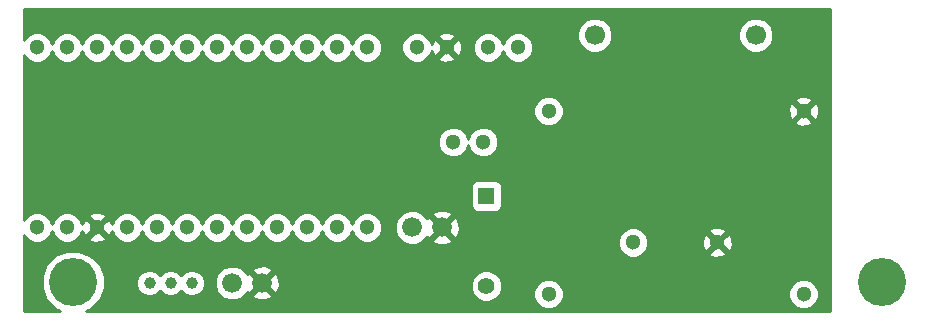
<source format=gbl>
G04 (created by PCBNEW (22-Jun-2014 BZR 4027)-stable) date Mon 16 May 2016 20:18:32 BST*
%MOIN*%
G04 Gerber Fmt 3.4, Leading zero omitted, Abs format*
%FSLAX34Y34*%
G01*
G70*
G90*
G04 APERTURE LIST*
%ADD10C,0.00590551*%
%ADD11C,0.066*%
%ADD12C,0.0669291*%
%ADD13C,0.0511811*%
%ADD14R,0.055X0.055*%
%ADD15C,0.055*%
%ADD16C,0.0393701*%
%ADD17C,0.16*%
%ADD18C,0.01*%
G04 APERTURE END LIST*
G54D10*
G54D11*
X78900Y-74250D03*
X79900Y-74250D03*
X72900Y-76100D03*
X73900Y-76100D03*
G54D12*
X84995Y-67840D03*
X90355Y-67840D03*
G54D13*
X86275Y-74750D03*
X89075Y-74750D03*
X77400Y-74250D03*
X76400Y-74250D03*
X77400Y-68250D03*
X75400Y-74250D03*
X74400Y-74250D03*
X73400Y-74250D03*
X72400Y-74250D03*
X71400Y-74250D03*
X70400Y-74250D03*
X69400Y-74250D03*
X68400Y-74250D03*
X67400Y-74250D03*
X66400Y-74250D03*
X76400Y-68250D03*
X75400Y-68250D03*
X74400Y-68250D03*
X73400Y-68250D03*
X72400Y-68250D03*
X71400Y-68250D03*
X70400Y-68250D03*
X69400Y-68250D03*
X68400Y-68250D03*
X67400Y-68250D03*
X66400Y-68250D03*
G54D14*
X81375Y-73200D03*
G54D15*
X81375Y-76200D03*
G54D13*
X79050Y-68250D03*
X80050Y-68250D03*
G54D16*
X70850Y-76100D03*
X71550Y-76100D03*
X70150Y-76100D03*
G54D13*
X91950Y-70375D03*
X91950Y-76475D03*
X83450Y-70375D03*
X83450Y-76475D03*
X82425Y-68250D03*
X81425Y-68250D03*
G54D17*
X67600Y-76075D03*
X94550Y-76075D03*
G54D13*
X81275Y-71400D03*
X80275Y-71400D03*
G54D10*
G36*
X92825Y-77025D02*
X92460Y-77026D01*
X92460Y-70446D01*
X92449Y-70245D01*
X92394Y-70113D01*
X92303Y-70091D01*
X92233Y-70162D01*
X92233Y-70021D01*
X92211Y-69930D01*
X92021Y-69864D01*
X91820Y-69875D01*
X91688Y-69930D01*
X91666Y-70021D01*
X91950Y-70304D01*
X92233Y-70021D01*
X92233Y-70162D01*
X92020Y-70375D01*
X92303Y-70658D01*
X92394Y-70636D01*
X92460Y-70446D01*
X92460Y-77026D01*
X92455Y-77026D01*
X92455Y-76374D01*
X92379Y-76188D01*
X92236Y-76046D01*
X92233Y-76044D01*
X92233Y-70728D01*
X91950Y-70445D01*
X91879Y-70516D01*
X91879Y-70375D01*
X91596Y-70091D01*
X91505Y-70113D01*
X91439Y-70303D01*
X91450Y-70504D01*
X91505Y-70636D01*
X91596Y-70658D01*
X91879Y-70375D01*
X91879Y-70516D01*
X91666Y-70728D01*
X91688Y-70819D01*
X91878Y-70885D01*
X92079Y-70874D01*
X92211Y-70819D01*
X92233Y-70728D01*
X92233Y-76044D01*
X92051Y-75969D01*
X91849Y-75969D01*
X91663Y-76045D01*
X91521Y-76188D01*
X91444Y-76373D01*
X91444Y-76575D01*
X91520Y-76761D01*
X91663Y-76903D01*
X91848Y-76980D01*
X92050Y-76980D01*
X92236Y-76904D01*
X92378Y-76761D01*
X92455Y-76576D01*
X92455Y-76374D01*
X92455Y-77026D01*
X90963Y-77030D01*
X90939Y-77030D01*
X90939Y-67724D01*
X90850Y-67509D01*
X90686Y-67344D01*
X90471Y-67255D01*
X90239Y-67255D01*
X90024Y-67344D01*
X89859Y-67508D01*
X89770Y-67723D01*
X89770Y-67955D01*
X89859Y-68170D01*
X90023Y-68335D01*
X90238Y-68424D01*
X90470Y-68424D01*
X90685Y-68335D01*
X90850Y-68171D01*
X90939Y-67956D01*
X90939Y-67724D01*
X90939Y-77030D01*
X89585Y-77030D01*
X89585Y-74821D01*
X89574Y-74620D01*
X89519Y-74488D01*
X89428Y-74466D01*
X89358Y-74537D01*
X89358Y-74396D01*
X89336Y-74305D01*
X89146Y-74239D01*
X88945Y-74250D01*
X88813Y-74305D01*
X88791Y-74396D01*
X89075Y-74679D01*
X89358Y-74396D01*
X89358Y-74537D01*
X89145Y-74750D01*
X89428Y-75033D01*
X89519Y-75011D01*
X89585Y-74821D01*
X89585Y-77030D01*
X89358Y-77030D01*
X89358Y-75103D01*
X89075Y-74820D01*
X89004Y-74891D01*
X89004Y-74750D01*
X88721Y-74466D01*
X88630Y-74488D01*
X88564Y-74678D01*
X88575Y-74879D01*
X88630Y-75011D01*
X88721Y-75033D01*
X89004Y-74750D01*
X89004Y-74891D01*
X88791Y-75103D01*
X88813Y-75194D01*
X89003Y-75260D01*
X89204Y-75249D01*
X89336Y-75194D01*
X89358Y-75103D01*
X89358Y-77030D01*
X86780Y-77030D01*
X86780Y-74649D01*
X86704Y-74463D01*
X86561Y-74321D01*
X86376Y-74244D01*
X86174Y-74244D01*
X85988Y-74320D01*
X85846Y-74463D01*
X85769Y-74648D01*
X85769Y-74850D01*
X85845Y-75036D01*
X85988Y-75178D01*
X86173Y-75255D01*
X86375Y-75255D01*
X86561Y-75179D01*
X86703Y-75036D01*
X86780Y-74851D01*
X86780Y-74649D01*
X86780Y-77030D01*
X85579Y-77030D01*
X85579Y-67724D01*
X85490Y-67509D01*
X85326Y-67344D01*
X85111Y-67255D01*
X84879Y-67255D01*
X84664Y-67344D01*
X84499Y-67508D01*
X84410Y-67723D01*
X84410Y-67955D01*
X84499Y-68170D01*
X84663Y-68335D01*
X84878Y-68424D01*
X85110Y-68424D01*
X85325Y-68335D01*
X85490Y-68171D01*
X85579Y-67956D01*
X85579Y-67724D01*
X85579Y-77030D01*
X83955Y-77030D01*
X83955Y-76374D01*
X83955Y-70274D01*
X83879Y-70088D01*
X83736Y-69946D01*
X83551Y-69869D01*
X83349Y-69869D01*
X83163Y-69945D01*
X83021Y-70088D01*
X82944Y-70273D01*
X82944Y-70475D01*
X83020Y-70661D01*
X83163Y-70803D01*
X83348Y-70880D01*
X83550Y-70880D01*
X83736Y-70804D01*
X83878Y-70661D01*
X83955Y-70476D01*
X83955Y-70274D01*
X83955Y-76374D01*
X83879Y-76188D01*
X83736Y-76046D01*
X83551Y-75969D01*
X83349Y-75969D01*
X83163Y-76045D01*
X83021Y-76188D01*
X82944Y-76373D01*
X82944Y-76575D01*
X83020Y-76761D01*
X83163Y-76903D01*
X83348Y-76980D01*
X83550Y-76980D01*
X83736Y-76904D01*
X83878Y-76761D01*
X83955Y-76576D01*
X83955Y-76374D01*
X83955Y-77030D01*
X82930Y-77030D01*
X82930Y-68149D01*
X82854Y-67963D01*
X82711Y-67821D01*
X82526Y-67744D01*
X82324Y-67744D01*
X82138Y-67820D01*
X81996Y-67963D01*
X81924Y-68135D01*
X81854Y-67963D01*
X81711Y-67821D01*
X81526Y-67744D01*
X81324Y-67744D01*
X81138Y-67820D01*
X80996Y-67963D01*
X80919Y-68148D01*
X80919Y-68350D01*
X80995Y-68536D01*
X81138Y-68678D01*
X81323Y-68755D01*
X81525Y-68755D01*
X81711Y-68679D01*
X81853Y-68536D01*
X81925Y-68364D01*
X81995Y-68536D01*
X82138Y-68678D01*
X82323Y-68755D01*
X82525Y-68755D01*
X82711Y-68679D01*
X82853Y-68536D01*
X82930Y-68351D01*
X82930Y-68149D01*
X82930Y-77030D01*
X81900Y-77030D01*
X81900Y-76096D01*
X81900Y-76095D01*
X81900Y-73425D01*
X81900Y-72875D01*
X81862Y-72783D01*
X81791Y-72713D01*
X81780Y-72708D01*
X81780Y-71299D01*
X81704Y-71113D01*
X81561Y-70971D01*
X81376Y-70894D01*
X81174Y-70894D01*
X80988Y-70970D01*
X80846Y-71113D01*
X80774Y-71285D01*
X80704Y-71113D01*
X80561Y-70971D01*
X80560Y-70970D01*
X80560Y-68321D01*
X80549Y-68120D01*
X80494Y-67988D01*
X80403Y-67966D01*
X80333Y-68037D01*
X80333Y-67896D01*
X80311Y-67805D01*
X80121Y-67739D01*
X79920Y-67750D01*
X79788Y-67805D01*
X79766Y-67896D01*
X80050Y-68179D01*
X80333Y-67896D01*
X80333Y-68037D01*
X80120Y-68250D01*
X80403Y-68533D01*
X80494Y-68511D01*
X80560Y-68321D01*
X80560Y-70970D01*
X80376Y-70894D01*
X80333Y-70894D01*
X80333Y-68603D01*
X80050Y-68320D01*
X79979Y-68391D01*
X79979Y-68250D01*
X79696Y-67966D01*
X79605Y-67988D01*
X79552Y-68140D01*
X79479Y-67963D01*
X79336Y-67821D01*
X79151Y-67744D01*
X78949Y-67744D01*
X78763Y-67820D01*
X78621Y-67963D01*
X78544Y-68148D01*
X78544Y-68350D01*
X78620Y-68536D01*
X78763Y-68678D01*
X78948Y-68755D01*
X79150Y-68755D01*
X79336Y-68679D01*
X79478Y-68536D01*
X79549Y-68365D01*
X79550Y-68379D01*
X79605Y-68511D01*
X79696Y-68533D01*
X79979Y-68250D01*
X79979Y-68391D01*
X79766Y-68603D01*
X79788Y-68694D01*
X79978Y-68760D01*
X80179Y-68749D01*
X80311Y-68694D01*
X80333Y-68603D01*
X80333Y-70894D01*
X80174Y-70894D01*
X79988Y-70970D01*
X79846Y-71113D01*
X79769Y-71298D01*
X79769Y-71500D01*
X79845Y-71686D01*
X79988Y-71828D01*
X80173Y-71905D01*
X80375Y-71905D01*
X80561Y-71829D01*
X80703Y-71686D01*
X80775Y-71514D01*
X80845Y-71686D01*
X80988Y-71828D01*
X81173Y-71905D01*
X81375Y-71905D01*
X81561Y-71829D01*
X81703Y-71686D01*
X81780Y-71501D01*
X81780Y-71299D01*
X81780Y-72708D01*
X81699Y-72675D01*
X81600Y-72674D01*
X81050Y-72674D01*
X80958Y-72712D01*
X80888Y-72783D01*
X80850Y-72875D01*
X80849Y-72974D01*
X80849Y-73524D01*
X80887Y-73616D01*
X80958Y-73686D01*
X81050Y-73724D01*
X81149Y-73725D01*
X81699Y-73725D01*
X81791Y-73687D01*
X81861Y-73616D01*
X81899Y-73524D01*
X81900Y-73425D01*
X81900Y-76095D01*
X81820Y-75903D01*
X81672Y-75755D01*
X81479Y-75675D01*
X81271Y-75674D01*
X81078Y-75754D01*
X80930Y-75902D01*
X80850Y-76095D01*
X80849Y-76303D01*
X80929Y-76497D01*
X81077Y-76644D01*
X81270Y-76724D01*
X81478Y-76725D01*
X81672Y-76645D01*
X81819Y-76497D01*
X81899Y-76304D01*
X81900Y-76096D01*
X81900Y-77030D01*
X80484Y-77030D01*
X80484Y-74338D01*
X80474Y-74108D01*
X80406Y-73944D01*
X80307Y-73913D01*
X80236Y-73983D01*
X80236Y-73842D01*
X80205Y-73743D01*
X79988Y-73665D01*
X79758Y-73675D01*
X79594Y-73743D01*
X79563Y-73842D01*
X79900Y-74179D01*
X80236Y-73842D01*
X80236Y-73983D01*
X79970Y-74250D01*
X80307Y-74586D01*
X80406Y-74555D01*
X80484Y-74338D01*
X80484Y-77030D01*
X80236Y-77030D01*
X80236Y-74657D01*
X79900Y-74320D01*
X79829Y-74391D01*
X79829Y-74250D01*
X79492Y-73913D01*
X79400Y-73942D01*
X79391Y-73921D01*
X79228Y-73758D01*
X79015Y-73670D01*
X78785Y-73669D01*
X78571Y-73758D01*
X78408Y-73921D01*
X78320Y-74134D01*
X78319Y-74364D01*
X78408Y-74578D01*
X78571Y-74741D01*
X78784Y-74829D01*
X79014Y-74830D01*
X79228Y-74741D01*
X79391Y-74578D01*
X79400Y-74557D01*
X79492Y-74586D01*
X79829Y-74250D01*
X79829Y-74391D01*
X79563Y-74657D01*
X79594Y-74756D01*
X79811Y-74834D01*
X80041Y-74824D01*
X80205Y-74756D01*
X80236Y-74657D01*
X80236Y-77030D01*
X77905Y-77030D01*
X77905Y-74149D01*
X77829Y-73963D01*
X77686Y-73821D01*
X77501Y-73744D01*
X77299Y-73744D01*
X77113Y-73820D01*
X76971Y-73963D01*
X76899Y-74135D01*
X76829Y-73963D01*
X76686Y-73821D01*
X76501Y-73744D01*
X76299Y-73744D01*
X76113Y-73820D01*
X75971Y-73963D01*
X75899Y-74135D01*
X75829Y-73963D01*
X75686Y-73821D01*
X75501Y-73744D01*
X75299Y-73744D01*
X75113Y-73820D01*
X74971Y-73963D01*
X74899Y-74135D01*
X74829Y-73963D01*
X74686Y-73821D01*
X74501Y-73744D01*
X74299Y-73744D01*
X74113Y-73820D01*
X73971Y-73963D01*
X73899Y-74135D01*
X73829Y-73963D01*
X73686Y-73821D01*
X73501Y-73744D01*
X73299Y-73744D01*
X73113Y-73820D01*
X72971Y-73963D01*
X72899Y-74135D01*
X72829Y-73963D01*
X72686Y-73821D01*
X72501Y-73744D01*
X72299Y-73744D01*
X72113Y-73820D01*
X71971Y-73963D01*
X71899Y-74135D01*
X71829Y-73963D01*
X71686Y-73821D01*
X71501Y-73744D01*
X71299Y-73744D01*
X71113Y-73820D01*
X70971Y-73963D01*
X70899Y-74135D01*
X70829Y-73963D01*
X70686Y-73821D01*
X70501Y-73744D01*
X70299Y-73744D01*
X70113Y-73820D01*
X69971Y-73963D01*
X69899Y-74135D01*
X69829Y-73963D01*
X69686Y-73821D01*
X69501Y-73744D01*
X69299Y-73744D01*
X69113Y-73820D01*
X68971Y-73963D01*
X68900Y-74134D01*
X68899Y-74120D01*
X68844Y-73988D01*
X68753Y-73966D01*
X68683Y-74037D01*
X68683Y-73896D01*
X68661Y-73805D01*
X68471Y-73739D01*
X68270Y-73750D01*
X68138Y-73805D01*
X68116Y-73896D01*
X68400Y-74179D01*
X68683Y-73896D01*
X68683Y-74037D01*
X68470Y-74250D01*
X68753Y-74533D01*
X68844Y-74511D01*
X68897Y-74359D01*
X68970Y-74536D01*
X69113Y-74678D01*
X69298Y-74755D01*
X69500Y-74755D01*
X69686Y-74679D01*
X69828Y-74536D01*
X69900Y-74364D01*
X69970Y-74536D01*
X70113Y-74678D01*
X70298Y-74755D01*
X70500Y-74755D01*
X70686Y-74679D01*
X70828Y-74536D01*
X70900Y-74364D01*
X70970Y-74536D01*
X71113Y-74678D01*
X71298Y-74755D01*
X71500Y-74755D01*
X71686Y-74679D01*
X71828Y-74536D01*
X71900Y-74364D01*
X71970Y-74536D01*
X72113Y-74678D01*
X72298Y-74755D01*
X72500Y-74755D01*
X72686Y-74679D01*
X72828Y-74536D01*
X72900Y-74364D01*
X72970Y-74536D01*
X73113Y-74678D01*
X73298Y-74755D01*
X73500Y-74755D01*
X73686Y-74679D01*
X73828Y-74536D01*
X73900Y-74364D01*
X73970Y-74536D01*
X74113Y-74678D01*
X74298Y-74755D01*
X74500Y-74755D01*
X74686Y-74679D01*
X74828Y-74536D01*
X74900Y-74364D01*
X74970Y-74536D01*
X75113Y-74678D01*
X75298Y-74755D01*
X75500Y-74755D01*
X75686Y-74679D01*
X75828Y-74536D01*
X75900Y-74364D01*
X75970Y-74536D01*
X76113Y-74678D01*
X76298Y-74755D01*
X76500Y-74755D01*
X76686Y-74679D01*
X76828Y-74536D01*
X76900Y-74364D01*
X76970Y-74536D01*
X77113Y-74678D01*
X77298Y-74755D01*
X77500Y-74755D01*
X77686Y-74679D01*
X77828Y-74536D01*
X77905Y-74351D01*
X77905Y-74149D01*
X77905Y-77030D01*
X74484Y-77030D01*
X74484Y-76188D01*
X74474Y-75958D01*
X74406Y-75794D01*
X74307Y-75763D01*
X74236Y-75833D01*
X74236Y-75692D01*
X74205Y-75593D01*
X73988Y-75515D01*
X73758Y-75525D01*
X73594Y-75593D01*
X73563Y-75692D01*
X73900Y-76029D01*
X74236Y-75692D01*
X74236Y-75833D01*
X73970Y-76100D01*
X74307Y-76436D01*
X74406Y-76405D01*
X74484Y-76188D01*
X74484Y-77030D01*
X74236Y-77030D01*
X74236Y-76507D01*
X73900Y-76170D01*
X73829Y-76241D01*
X73829Y-76100D01*
X73492Y-75763D01*
X73400Y-75792D01*
X73391Y-75771D01*
X73228Y-75608D01*
X73015Y-75520D01*
X72785Y-75519D01*
X72571Y-75608D01*
X72408Y-75771D01*
X72320Y-75984D01*
X72319Y-76214D01*
X72408Y-76428D01*
X72571Y-76591D01*
X72784Y-76679D01*
X73014Y-76680D01*
X73228Y-76591D01*
X73391Y-76428D01*
X73400Y-76407D01*
X73492Y-76436D01*
X73829Y-76100D01*
X73829Y-76241D01*
X73563Y-76507D01*
X73594Y-76606D01*
X73811Y-76684D01*
X74041Y-76674D01*
X74205Y-76606D01*
X74236Y-76507D01*
X74236Y-77030D01*
X71996Y-77030D01*
X71996Y-76011D01*
X71929Y-75847D01*
X71803Y-75721D01*
X71639Y-75653D01*
X71461Y-75653D01*
X71297Y-75720D01*
X71199Y-75818D01*
X71103Y-75721D01*
X70939Y-75653D01*
X70761Y-75653D01*
X70597Y-75720D01*
X70499Y-75818D01*
X70403Y-75721D01*
X70239Y-75653D01*
X70061Y-75653D01*
X69897Y-75720D01*
X69771Y-75846D01*
X69703Y-76010D01*
X69703Y-76188D01*
X69770Y-76352D01*
X69896Y-76478D01*
X70060Y-76546D01*
X70238Y-76546D01*
X70402Y-76479D01*
X70500Y-76381D01*
X70596Y-76478D01*
X70760Y-76546D01*
X70938Y-76546D01*
X71102Y-76479D01*
X71200Y-76381D01*
X71296Y-76478D01*
X71460Y-76546D01*
X71638Y-76546D01*
X71802Y-76479D01*
X71928Y-76353D01*
X71996Y-76189D01*
X71996Y-76011D01*
X71996Y-77030D01*
X69550Y-77030D01*
X68683Y-77030D01*
X68683Y-74603D01*
X68400Y-74320D01*
X68116Y-74603D01*
X68138Y-74694D01*
X68328Y-74760D01*
X68529Y-74749D01*
X68661Y-74694D01*
X68683Y-74603D01*
X68683Y-77030D01*
X68037Y-77030D01*
X68194Y-76965D01*
X68489Y-76670D01*
X68649Y-76284D01*
X68650Y-75867D01*
X68490Y-75481D01*
X68195Y-75185D01*
X67809Y-75025D01*
X67392Y-75024D01*
X67006Y-75184D01*
X66710Y-75479D01*
X66550Y-75865D01*
X66549Y-76282D01*
X66709Y-76669D01*
X67004Y-76964D01*
X67162Y-77030D01*
X65950Y-77030D01*
X65950Y-74485D01*
X65970Y-74536D01*
X66113Y-74678D01*
X66298Y-74755D01*
X66500Y-74755D01*
X66686Y-74679D01*
X66828Y-74536D01*
X66900Y-74364D01*
X66970Y-74536D01*
X67113Y-74678D01*
X67298Y-74755D01*
X67500Y-74755D01*
X67686Y-74679D01*
X67828Y-74536D01*
X67899Y-74365D01*
X67900Y-74379D01*
X67955Y-74511D01*
X68046Y-74533D01*
X68329Y-74250D01*
X68046Y-73966D01*
X67955Y-73988D01*
X67902Y-74140D01*
X67829Y-73963D01*
X67686Y-73821D01*
X67501Y-73744D01*
X67299Y-73744D01*
X67113Y-73820D01*
X66971Y-73963D01*
X66899Y-74135D01*
X66829Y-73963D01*
X66686Y-73821D01*
X66501Y-73744D01*
X66299Y-73744D01*
X66113Y-73820D01*
X65971Y-73963D01*
X65950Y-74014D01*
X65950Y-68485D01*
X65970Y-68536D01*
X66113Y-68678D01*
X66298Y-68755D01*
X66500Y-68755D01*
X66686Y-68679D01*
X66828Y-68536D01*
X66900Y-68364D01*
X66970Y-68536D01*
X67113Y-68678D01*
X67298Y-68755D01*
X67500Y-68755D01*
X67686Y-68679D01*
X67828Y-68536D01*
X67900Y-68364D01*
X67970Y-68536D01*
X68113Y-68678D01*
X68298Y-68755D01*
X68500Y-68755D01*
X68686Y-68679D01*
X68828Y-68536D01*
X68900Y-68364D01*
X68970Y-68536D01*
X69113Y-68678D01*
X69298Y-68755D01*
X69500Y-68755D01*
X69686Y-68679D01*
X69828Y-68536D01*
X69900Y-68364D01*
X69970Y-68536D01*
X70113Y-68678D01*
X70298Y-68755D01*
X70500Y-68755D01*
X70686Y-68679D01*
X70828Y-68536D01*
X70900Y-68364D01*
X70970Y-68536D01*
X71113Y-68678D01*
X71298Y-68755D01*
X71500Y-68755D01*
X71686Y-68679D01*
X71828Y-68536D01*
X71900Y-68364D01*
X71970Y-68536D01*
X72113Y-68678D01*
X72298Y-68755D01*
X72500Y-68755D01*
X72686Y-68679D01*
X72828Y-68536D01*
X72900Y-68364D01*
X72970Y-68536D01*
X73113Y-68678D01*
X73298Y-68755D01*
X73500Y-68755D01*
X73686Y-68679D01*
X73828Y-68536D01*
X73900Y-68364D01*
X73970Y-68536D01*
X74113Y-68678D01*
X74298Y-68755D01*
X74500Y-68755D01*
X74686Y-68679D01*
X74828Y-68536D01*
X74900Y-68364D01*
X74970Y-68536D01*
X75113Y-68678D01*
X75298Y-68755D01*
X75500Y-68755D01*
X75686Y-68679D01*
X75828Y-68536D01*
X75900Y-68364D01*
X75970Y-68536D01*
X76113Y-68678D01*
X76298Y-68755D01*
X76500Y-68755D01*
X76686Y-68679D01*
X76828Y-68536D01*
X76900Y-68364D01*
X76970Y-68536D01*
X77113Y-68678D01*
X77298Y-68755D01*
X77500Y-68755D01*
X77686Y-68679D01*
X77828Y-68536D01*
X77905Y-68351D01*
X77905Y-68149D01*
X77829Y-67963D01*
X77686Y-67821D01*
X77501Y-67744D01*
X77299Y-67744D01*
X77113Y-67820D01*
X76971Y-67963D01*
X76899Y-68135D01*
X76829Y-67963D01*
X76686Y-67821D01*
X76501Y-67744D01*
X76299Y-67744D01*
X76113Y-67820D01*
X75971Y-67963D01*
X75899Y-68135D01*
X75829Y-67963D01*
X75686Y-67821D01*
X75501Y-67744D01*
X75299Y-67744D01*
X75113Y-67820D01*
X74971Y-67963D01*
X74899Y-68135D01*
X74829Y-67963D01*
X74686Y-67821D01*
X74501Y-67744D01*
X74299Y-67744D01*
X74113Y-67820D01*
X73971Y-67963D01*
X73899Y-68135D01*
X73829Y-67963D01*
X73686Y-67821D01*
X73501Y-67744D01*
X73299Y-67744D01*
X73113Y-67820D01*
X72971Y-67963D01*
X72899Y-68135D01*
X72829Y-67963D01*
X72686Y-67821D01*
X72501Y-67744D01*
X72299Y-67744D01*
X72113Y-67820D01*
X71971Y-67963D01*
X71899Y-68135D01*
X71829Y-67963D01*
X71686Y-67821D01*
X71501Y-67744D01*
X71299Y-67744D01*
X71113Y-67820D01*
X70971Y-67963D01*
X70899Y-68135D01*
X70829Y-67963D01*
X70686Y-67821D01*
X70501Y-67744D01*
X70299Y-67744D01*
X70113Y-67820D01*
X69971Y-67963D01*
X69899Y-68135D01*
X69829Y-67963D01*
X69686Y-67821D01*
X69501Y-67744D01*
X69299Y-67744D01*
X69113Y-67820D01*
X68971Y-67963D01*
X68899Y-68135D01*
X68829Y-67963D01*
X68686Y-67821D01*
X68501Y-67744D01*
X68299Y-67744D01*
X68113Y-67820D01*
X67971Y-67963D01*
X67899Y-68135D01*
X67829Y-67963D01*
X67686Y-67821D01*
X67501Y-67744D01*
X67299Y-67744D01*
X67113Y-67820D01*
X66971Y-67963D01*
X66899Y-68135D01*
X66829Y-67963D01*
X66686Y-67821D01*
X66501Y-67744D01*
X66299Y-67744D01*
X66113Y-67820D01*
X65971Y-67963D01*
X65950Y-68014D01*
X65950Y-66975D01*
X92825Y-66975D01*
X92825Y-77025D01*
X92825Y-77025D01*
G37*
G54D18*
X92825Y-77025D02*
X92460Y-77026D01*
X92460Y-70446D01*
X92449Y-70245D01*
X92394Y-70113D01*
X92303Y-70091D01*
X92233Y-70162D01*
X92233Y-70021D01*
X92211Y-69930D01*
X92021Y-69864D01*
X91820Y-69875D01*
X91688Y-69930D01*
X91666Y-70021D01*
X91950Y-70304D01*
X92233Y-70021D01*
X92233Y-70162D01*
X92020Y-70375D01*
X92303Y-70658D01*
X92394Y-70636D01*
X92460Y-70446D01*
X92460Y-77026D01*
X92455Y-77026D01*
X92455Y-76374D01*
X92379Y-76188D01*
X92236Y-76046D01*
X92233Y-76044D01*
X92233Y-70728D01*
X91950Y-70445D01*
X91879Y-70516D01*
X91879Y-70375D01*
X91596Y-70091D01*
X91505Y-70113D01*
X91439Y-70303D01*
X91450Y-70504D01*
X91505Y-70636D01*
X91596Y-70658D01*
X91879Y-70375D01*
X91879Y-70516D01*
X91666Y-70728D01*
X91688Y-70819D01*
X91878Y-70885D01*
X92079Y-70874D01*
X92211Y-70819D01*
X92233Y-70728D01*
X92233Y-76044D01*
X92051Y-75969D01*
X91849Y-75969D01*
X91663Y-76045D01*
X91521Y-76188D01*
X91444Y-76373D01*
X91444Y-76575D01*
X91520Y-76761D01*
X91663Y-76903D01*
X91848Y-76980D01*
X92050Y-76980D01*
X92236Y-76904D01*
X92378Y-76761D01*
X92455Y-76576D01*
X92455Y-76374D01*
X92455Y-77026D01*
X90963Y-77030D01*
X90939Y-77030D01*
X90939Y-67724D01*
X90850Y-67509D01*
X90686Y-67344D01*
X90471Y-67255D01*
X90239Y-67255D01*
X90024Y-67344D01*
X89859Y-67508D01*
X89770Y-67723D01*
X89770Y-67955D01*
X89859Y-68170D01*
X90023Y-68335D01*
X90238Y-68424D01*
X90470Y-68424D01*
X90685Y-68335D01*
X90850Y-68171D01*
X90939Y-67956D01*
X90939Y-67724D01*
X90939Y-77030D01*
X89585Y-77030D01*
X89585Y-74821D01*
X89574Y-74620D01*
X89519Y-74488D01*
X89428Y-74466D01*
X89358Y-74537D01*
X89358Y-74396D01*
X89336Y-74305D01*
X89146Y-74239D01*
X88945Y-74250D01*
X88813Y-74305D01*
X88791Y-74396D01*
X89075Y-74679D01*
X89358Y-74396D01*
X89358Y-74537D01*
X89145Y-74750D01*
X89428Y-75033D01*
X89519Y-75011D01*
X89585Y-74821D01*
X89585Y-77030D01*
X89358Y-77030D01*
X89358Y-75103D01*
X89075Y-74820D01*
X89004Y-74891D01*
X89004Y-74750D01*
X88721Y-74466D01*
X88630Y-74488D01*
X88564Y-74678D01*
X88575Y-74879D01*
X88630Y-75011D01*
X88721Y-75033D01*
X89004Y-74750D01*
X89004Y-74891D01*
X88791Y-75103D01*
X88813Y-75194D01*
X89003Y-75260D01*
X89204Y-75249D01*
X89336Y-75194D01*
X89358Y-75103D01*
X89358Y-77030D01*
X86780Y-77030D01*
X86780Y-74649D01*
X86704Y-74463D01*
X86561Y-74321D01*
X86376Y-74244D01*
X86174Y-74244D01*
X85988Y-74320D01*
X85846Y-74463D01*
X85769Y-74648D01*
X85769Y-74850D01*
X85845Y-75036D01*
X85988Y-75178D01*
X86173Y-75255D01*
X86375Y-75255D01*
X86561Y-75179D01*
X86703Y-75036D01*
X86780Y-74851D01*
X86780Y-74649D01*
X86780Y-77030D01*
X85579Y-77030D01*
X85579Y-67724D01*
X85490Y-67509D01*
X85326Y-67344D01*
X85111Y-67255D01*
X84879Y-67255D01*
X84664Y-67344D01*
X84499Y-67508D01*
X84410Y-67723D01*
X84410Y-67955D01*
X84499Y-68170D01*
X84663Y-68335D01*
X84878Y-68424D01*
X85110Y-68424D01*
X85325Y-68335D01*
X85490Y-68171D01*
X85579Y-67956D01*
X85579Y-67724D01*
X85579Y-77030D01*
X83955Y-77030D01*
X83955Y-76374D01*
X83955Y-70274D01*
X83879Y-70088D01*
X83736Y-69946D01*
X83551Y-69869D01*
X83349Y-69869D01*
X83163Y-69945D01*
X83021Y-70088D01*
X82944Y-70273D01*
X82944Y-70475D01*
X83020Y-70661D01*
X83163Y-70803D01*
X83348Y-70880D01*
X83550Y-70880D01*
X83736Y-70804D01*
X83878Y-70661D01*
X83955Y-70476D01*
X83955Y-70274D01*
X83955Y-76374D01*
X83879Y-76188D01*
X83736Y-76046D01*
X83551Y-75969D01*
X83349Y-75969D01*
X83163Y-76045D01*
X83021Y-76188D01*
X82944Y-76373D01*
X82944Y-76575D01*
X83020Y-76761D01*
X83163Y-76903D01*
X83348Y-76980D01*
X83550Y-76980D01*
X83736Y-76904D01*
X83878Y-76761D01*
X83955Y-76576D01*
X83955Y-76374D01*
X83955Y-77030D01*
X82930Y-77030D01*
X82930Y-68149D01*
X82854Y-67963D01*
X82711Y-67821D01*
X82526Y-67744D01*
X82324Y-67744D01*
X82138Y-67820D01*
X81996Y-67963D01*
X81924Y-68135D01*
X81854Y-67963D01*
X81711Y-67821D01*
X81526Y-67744D01*
X81324Y-67744D01*
X81138Y-67820D01*
X80996Y-67963D01*
X80919Y-68148D01*
X80919Y-68350D01*
X80995Y-68536D01*
X81138Y-68678D01*
X81323Y-68755D01*
X81525Y-68755D01*
X81711Y-68679D01*
X81853Y-68536D01*
X81925Y-68364D01*
X81995Y-68536D01*
X82138Y-68678D01*
X82323Y-68755D01*
X82525Y-68755D01*
X82711Y-68679D01*
X82853Y-68536D01*
X82930Y-68351D01*
X82930Y-68149D01*
X82930Y-77030D01*
X81900Y-77030D01*
X81900Y-76096D01*
X81900Y-76095D01*
X81900Y-73425D01*
X81900Y-72875D01*
X81862Y-72783D01*
X81791Y-72713D01*
X81780Y-72708D01*
X81780Y-71299D01*
X81704Y-71113D01*
X81561Y-70971D01*
X81376Y-70894D01*
X81174Y-70894D01*
X80988Y-70970D01*
X80846Y-71113D01*
X80774Y-71285D01*
X80704Y-71113D01*
X80561Y-70971D01*
X80560Y-70970D01*
X80560Y-68321D01*
X80549Y-68120D01*
X80494Y-67988D01*
X80403Y-67966D01*
X80333Y-68037D01*
X80333Y-67896D01*
X80311Y-67805D01*
X80121Y-67739D01*
X79920Y-67750D01*
X79788Y-67805D01*
X79766Y-67896D01*
X80050Y-68179D01*
X80333Y-67896D01*
X80333Y-68037D01*
X80120Y-68250D01*
X80403Y-68533D01*
X80494Y-68511D01*
X80560Y-68321D01*
X80560Y-70970D01*
X80376Y-70894D01*
X80333Y-70894D01*
X80333Y-68603D01*
X80050Y-68320D01*
X79979Y-68391D01*
X79979Y-68250D01*
X79696Y-67966D01*
X79605Y-67988D01*
X79552Y-68140D01*
X79479Y-67963D01*
X79336Y-67821D01*
X79151Y-67744D01*
X78949Y-67744D01*
X78763Y-67820D01*
X78621Y-67963D01*
X78544Y-68148D01*
X78544Y-68350D01*
X78620Y-68536D01*
X78763Y-68678D01*
X78948Y-68755D01*
X79150Y-68755D01*
X79336Y-68679D01*
X79478Y-68536D01*
X79549Y-68365D01*
X79550Y-68379D01*
X79605Y-68511D01*
X79696Y-68533D01*
X79979Y-68250D01*
X79979Y-68391D01*
X79766Y-68603D01*
X79788Y-68694D01*
X79978Y-68760D01*
X80179Y-68749D01*
X80311Y-68694D01*
X80333Y-68603D01*
X80333Y-70894D01*
X80174Y-70894D01*
X79988Y-70970D01*
X79846Y-71113D01*
X79769Y-71298D01*
X79769Y-71500D01*
X79845Y-71686D01*
X79988Y-71828D01*
X80173Y-71905D01*
X80375Y-71905D01*
X80561Y-71829D01*
X80703Y-71686D01*
X80775Y-71514D01*
X80845Y-71686D01*
X80988Y-71828D01*
X81173Y-71905D01*
X81375Y-71905D01*
X81561Y-71829D01*
X81703Y-71686D01*
X81780Y-71501D01*
X81780Y-71299D01*
X81780Y-72708D01*
X81699Y-72675D01*
X81600Y-72674D01*
X81050Y-72674D01*
X80958Y-72712D01*
X80888Y-72783D01*
X80850Y-72875D01*
X80849Y-72974D01*
X80849Y-73524D01*
X80887Y-73616D01*
X80958Y-73686D01*
X81050Y-73724D01*
X81149Y-73725D01*
X81699Y-73725D01*
X81791Y-73687D01*
X81861Y-73616D01*
X81899Y-73524D01*
X81900Y-73425D01*
X81900Y-76095D01*
X81820Y-75903D01*
X81672Y-75755D01*
X81479Y-75675D01*
X81271Y-75674D01*
X81078Y-75754D01*
X80930Y-75902D01*
X80850Y-76095D01*
X80849Y-76303D01*
X80929Y-76497D01*
X81077Y-76644D01*
X81270Y-76724D01*
X81478Y-76725D01*
X81672Y-76645D01*
X81819Y-76497D01*
X81899Y-76304D01*
X81900Y-76096D01*
X81900Y-77030D01*
X80484Y-77030D01*
X80484Y-74338D01*
X80474Y-74108D01*
X80406Y-73944D01*
X80307Y-73913D01*
X80236Y-73983D01*
X80236Y-73842D01*
X80205Y-73743D01*
X79988Y-73665D01*
X79758Y-73675D01*
X79594Y-73743D01*
X79563Y-73842D01*
X79900Y-74179D01*
X80236Y-73842D01*
X80236Y-73983D01*
X79970Y-74250D01*
X80307Y-74586D01*
X80406Y-74555D01*
X80484Y-74338D01*
X80484Y-77030D01*
X80236Y-77030D01*
X80236Y-74657D01*
X79900Y-74320D01*
X79829Y-74391D01*
X79829Y-74250D01*
X79492Y-73913D01*
X79400Y-73942D01*
X79391Y-73921D01*
X79228Y-73758D01*
X79015Y-73670D01*
X78785Y-73669D01*
X78571Y-73758D01*
X78408Y-73921D01*
X78320Y-74134D01*
X78319Y-74364D01*
X78408Y-74578D01*
X78571Y-74741D01*
X78784Y-74829D01*
X79014Y-74830D01*
X79228Y-74741D01*
X79391Y-74578D01*
X79400Y-74557D01*
X79492Y-74586D01*
X79829Y-74250D01*
X79829Y-74391D01*
X79563Y-74657D01*
X79594Y-74756D01*
X79811Y-74834D01*
X80041Y-74824D01*
X80205Y-74756D01*
X80236Y-74657D01*
X80236Y-77030D01*
X77905Y-77030D01*
X77905Y-74149D01*
X77829Y-73963D01*
X77686Y-73821D01*
X77501Y-73744D01*
X77299Y-73744D01*
X77113Y-73820D01*
X76971Y-73963D01*
X76899Y-74135D01*
X76829Y-73963D01*
X76686Y-73821D01*
X76501Y-73744D01*
X76299Y-73744D01*
X76113Y-73820D01*
X75971Y-73963D01*
X75899Y-74135D01*
X75829Y-73963D01*
X75686Y-73821D01*
X75501Y-73744D01*
X75299Y-73744D01*
X75113Y-73820D01*
X74971Y-73963D01*
X74899Y-74135D01*
X74829Y-73963D01*
X74686Y-73821D01*
X74501Y-73744D01*
X74299Y-73744D01*
X74113Y-73820D01*
X73971Y-73963D01*
X73899Y-74135D01*
X73829Y-73963D01*
X73686Y-73821D01*
X73501Y-73744D01*
X73299Y-73744D01*
X73113Y-73820D01*
X72971Y-73963D01*
X72899Y-74135D01*
X72829Y-73963D01*
X72686Y-73821D01*
X72501Y-73744D01*
X72299Y-73744D01*
X72113Y-73820D01*
X71971Y-73963D01*
X71899Y-74135D01*
X71829Y-73963D01*
X71686Y-73821D01*
X71501Y-73744D01*
X71299Y-73744D01*
X71113Y-73820D01*
X70971Y-73963D01*
X70899Y-74135D01*
X70829Y-73963D01*
X70686Y-73821D01*
X70501Y-73744D01*
X70299Y-73744D01*
X70113Y-73820D01*
X69971Y-73963D01*
X69899Y-74135D01*
X69829Y-73963D01*
X69686Y-73821D01*
X69501Y-73744D01*
X69299Y-73744D01*
X69113Y-73820D01*
X68971Y-73963D01*
X68900Y-74134D01*
X68899Y-74120D01*
X68844Y-73988D01*
X68753Y-73966D01*
X68683Y-74037D01*
X68683Y-73896D01*
X68661Y-73805D01*
X68471Y-73739D01*
X68270Y-73750D01*
X68138Y-73805D01*
X68116Y-73896D01*
X68400Y-74179D01*
X68683Y-73896D01*
X68683Y-74037D01*
X68470Y-74250D01*
X68753Y-74533D01*
X68844Y-74511D01*
X68897Y-74359D01*
X68970Y-74536D01*
X69113Y-74678D01*
X69298Y-74755D01*
X69500Y-74755D01*
X69686Y-74679D01*
X69828Y-74536D01*
X69900Y-74364D01*
X69970Y-74536D01*
X70113Y-74678D01*
X70298Y-74755D01*
X70500Y-74755D01*
X70686Y-74679D01*
X70828Y-74536D01*
X70900Y-74364D01*
X70970Y-74536D01*
X71113Y-74678D01*
X71298Y-74755D01*
X71500Y-74755D01*
X71686Y-74679D01*
X71828Y-74536D01*
X71900Y-74364D01*
X71970Y-74536D01*
X72113Y-74678D01*
X72298Y-74755D01*
X72500Y-74755D01*
X72686Y-74679D01*
X72828Y-74536D01*
X72900Y-74364D01*
X72970Y-74536D01*
X73113Y-74678D01*
X73298Y-74755D01*
X73500Y-74755D01*
X73686Y-74679D01*
X73828Y-74536D01*
X73900Y-74364D01*
X73970Y-74536D01*
X74113Y-74678D01*
X74298Y-74755D01*
X74500Y-74755D01*
X74686Y-74679D01*
X74828Y-74536D01*
X74900Y-74364D01*
X74970Y-74536D01*
X75113Y-74678D01*
X75298Y-74755D01*
X75500Y-74755D01*
X75686Y-74679D01*
X75828Y-74536D01*
X75900Y-74364D01*
X75970Y-74536D01*
X76113Y-74678D01*
X76298Y-74755D01*
X76500Y-74755D01*
X76686Y-74679D01*
X76828Y-74536D01*
X76900Y-74364D01*
X76970Y-74536D01*
X77113Y-74678D01*
X77298Y-74755D01*
X77500Y-74755D01*
X77686Y-74679D01*
X77828Y-74536D01*
X77905Y-74351D01*
X77905Y-74149D01*
X77905Y-77030D01*
X74484Y-77030D01*
X74484Y-76188D01*
X74474Y-75958D01*
X74406Y-75794D01*
X74307Y-75763D01*
X74236Y-75833D01*
X74236Y-75692D01*
X74205Y-75593D01*
X73988Y-75515D01*
X73758Y-75525D01*
X73594Y-75593D01*
X73563Y-75692D01*
X73900Y-76029D01*
X74236Y-75692D01*
X74236Y-75833D01*
X73970Y-76100D01*
X74307Y-76436D01*
X74406Y-76405D01*
X74484Y-76188D01*
X74484Y-77030D01*
X74236Y-77030D01*
X74236Y-76507D01*
X73900Y-76170D01*
X73829Y-76241D01*
X73829Y-76100D01*
X73492Y-75763D01*
X73400Y-75792D01*
X73391Y-75771D01*
X73228Y-75608D01*
X73015Y-75520D01*
X72785Y-75519D01*
X72571Y-75608D01*
X72408Y-75771D01*
X72320Y-75984D01*
X72319Y-76214D01*
X72408Y-76428D01*
X72571Y-76591D01*
X72784Y-76679D01*
X73014Y-76680D01*
X73228Y-76591D01*
X73391Y-76428D01*
X73400Y-76407D01*
X73492Y-76436D01*
X73829Y-76100D01*
X73829Y-76241D01*
X73563Y-76507D01*
X73594Y-76606D01*
X73811Y-76684D01*
X74041Y-76674D01*
X74205Y-76606D01*
X74236Y-76507D01*
X74236Y-77030D01*
X71996Y-77030D01*
X71996Y-76011D01*
X71929Y-75847D01*
X71803Y-75721D01*
X71639Y-75653D01*
X71461Y-75653D01*
X71297Y-75720D01*
X71199Y-75818D01*
X71103Y-75721D01*
X70939Y-75653D01*
X70761Y-75653D01*
X70597Y-75720D01*
X70499Y-75818D01*
X70403Y-75721D01*
X70239Y-75653D01*
X70061Y-75653D01*
X69897Y-75720D01*
X69771Y-75846D01*
X69703Y-76010D01*
X69703Y-76188D01*
X69770Y-76352D01*
X69896Y-76478D01*
X70060Y-76546D01*
X70238Y-76546D01*
X70402Y-76479D01*
X70500Y-76381D01*
X70596Y-76478D01*
X70760Y-76546D01*
X70938Y-76546D01*
X71102Y-76479D01*
X71200Y-76381D01*
X71296Y-76478D01*
X71460Y-76546D01*
X71638Y-76546D01*
X71802Y-76479D01*
X71928Y-76353D01*
X71996Y-76189D01*
X71996Y-76011D01*
X71996Y-77030D01*
X69550Y-77030D01*
X68683Y-77030D01*
X68683Y-74603D01*
X68400Y-74320D01*
X68116Y-74603D01*
X68138Y-74694D01*
X68328Y-74760D01*
X68529Y-74749D01*
X68661Y-74694D01*
X68683Y-74603D01*
X68683Y-77030D01*
X68037Y-77030D01*
X68194Y-76965D01*
X68489Y-76670D01*
X68649Y-76284D01*
X68650Y-75867D01*
X68490Y-75481D01*
X68195Y-75185D01*
X67809Y-75025D01*
X67392Y-75024D01*
X67006Y-75184D01*
X66710Y-75479D01*
X66550Y-75865D01*
X66549Y-76282D01*
X66709Y-76669D01*
X67004Y-76964D01*
X67162Y-77030D01*
X65950Y-77030D01*
X65950Y-74485D01*
X65970Y-74536D01*
X66113Y-74678D01*
X66298Y-74755D01*
X66500Y-74755D01*
X66686Y-74679D01*
X66828Y-74536D01*
X66900Y-74364D01*
X66970Y-74536D01*
X67113Y-74678D01*
X67298Y-74755D01*
X67500Y-74755D01*
X67686Y-74679D01*
X67828Y-74536D01*
X67899Y-74365D01*
X67900Y-74379D01*
X67955Y-74511D01*
X68046Y-74533D01*
X68329Y-74250D01*
X68046Y-73966D01*
X67955Y-73988D01*
X67902Y-74140D01*
X67829Y-73963D01*
X67686Y-73821D01*
X67501Y-73744D01*
X67299Y-73744D01*
X67113Y-73820D01*
X66971Y-73963D01*
X66899Y-74135D01*
X66829Y-73963D01*
X66686Y-73821D01*
X66501Y-73744D01*
X66299Y-73744D01*
X66113Y-73820D01*
X65971Y-73963D01*
X65950Y-74014D01*
X65950Y-68485D01*
X65970Y-68536D01*
X66113Y-68678D01*
X66298Y-68755D01*
X66500Y-68755D01*
X66686Y-68679D01*
X66828Y-68536D01*
X66900Y-68364D01*
X66970Y-68536D01*
X67113Y-68678D01*
X67298Y-68755D01*
X67500Y-68755D01*
X67686Y-68679D01*
X67828Y-68536D01*
X67900Y-68364D01*
X67970Y-68536D01*
X68113Y-68678D01*
X68298Y-68755D01*
X68500Y-68755D01*
X68686Y-68679D01*
X68828Y-68536D01*
X68900Y-68364D01*
X68970Y-68536D01*
X69113Y-68678D01*
X69298Y-68755D01*
X69500Y-68755D01*
X69686Y-68679D01*
X69828Y-68536D01*
X69900Y-68364D01*
X69970Y-68536D01*
X70113Y-68678D01*
X70298Y-68755D01*
X70500Y-68755D01*
X70686Y-68679D01*
X70828Y-68536D01*
X70900Y-68364D01*
X70970Y-68536D01*
X71113Y-68678D01*
X71298Y-68755D01*
X71500Y-68755D01*
X71686Y-68679D01*
X71828Y-68536D01*
X71900Y-68364D01*
X71970Y-68536D01*
X72113Y-68678D01*
X72298Y-68755D01*
X72500Y-68755D01*
X72686Y-68679D01*
X72828Y-68536D01*
X72900Y-68364D01*
X72970Y-68536D01*
X73113Y-68678D01*
X73298Y-68755D01*
X73500Y-68755D01*
X73686Y-68679D01*
X73828Y-68536D01*
X73900Y-68364D01*
X73970Y-68536D01*
X74113Y-68678D01*
X74298Y-68755D01*
X74500Y-68755D01*
X74686Y-68679D01*
X74828Y-68536D01*
X74900Y-68364D01*
X74970Y-68536D01*
X75113Y-68678D01*
X75298Y-68755D01*
X75500Y-68755D01*
X75686Y-68679D01*
X75828Y-68536D01*
X75900Y-68364D01*
X75970Y-68536D01*
X76113Y-68678D01*
X76298Y-68755D01*
X76500Y-68755D01*
X76686Y-68679D01*
X76828Y-68536D01*
X76900Y-68364D01*
X76970Y-68536D01*
X77113Y-68678D01*
X77298Y-68755D01*
X77500Y-68755D01*
X77686Y-68679D01*
X77828Y-68536D01*
X77905Y-68351D01*
X77905Y-68149D01*
X77829Y-67963D01*
X77686Y-67821D01*
X77501Y-67744D01*
X77299Y-67744D01*
X77113Y-67820D01*
X76971Y-67963D01*
X76899Y-68135D01*
X76829Y-67963D01*
X76686Y-67821D01*
X76501Y-67744D01*
X76299Y-67744D01*
X76113Y-67820D01*
X75971Y-67963D01*
X75899Y-68135D01*
X75829Y-67963D01*
X75686Y-67821D01*
X75501Y-67744D01*
X75299Y-67744D01*
X75113Y-67820D01*
X74971Y-67963D01*
X74899Y-68135D01*
X74829Y-67963D01*
X74686Y-67821D01*
X74501Y-67744D01*
X74299Y-67744D01*
X74113Y-67820D01*
X73971Y-67963D01*
X73899Y-68135D01*
X73829Y-67963D01*
X73686Y-67821D01*
X73501Y-67744D01*
X73299Y-67744D01*
X73113Y-67820D01*
X72971Y-67963D01*
X72899Y-68135D01*
X72829Y-67963D01*
X72686Y-67821D01*
X72501Y-67744D01*
X72299Y-67744D01*
X72113Y-67820D01*
X71971Y-67963D01*
X71899Y-68135D01*
X71829Y-67963D01*
X71686Y-67821D01*
X71501Y-67744D01*
X71299Y-67744D01*
X71113Y-67820D01*
X70971Y-67963D01*
X70899Y-68135D01*
X70829Y-67963D01*
X70686Y-67821D01*
X70501Y-67744D01*
X70299Y-67744D01*
X70113Y-67820D01*
X69971Y-67963D01*
X69899Y-68135D01*
X69829Y-67963D01*
X69686Y-67821D01*
X69501Y-67744D01*
X69299Y-67744D01*
X69113Y-67820D01*
X68971Y-67963D01*
X68899Y-68135D01*
X68829Y-67963D01*
X68686Y-67821D01*
X68501Y-67744D01*
X68299Y-67744D01*
X68113Y-67820D01*
X67971Y-67963D01*
X67899Y-68135D01*
X67829Y-67963D01*
X67686Y-67821D01*
X67501Y-67744D01*
X67299Y-67744D01*
X67113Y-67820D01*
X66971Y-67963D01*
X66899Y-68135D01*
X66829Y-67963D01*
X66686Y-67821D01*
X66501Y-67744D01*
X66299Y-67744D01*
X66113Y-67820D01*
X65971Y-67963D01*
X65950Y-68014D01*
X65950Y-66975D01*
X92825Y-66975D01*
X92825Y-77025D01*
M02*

</source>
